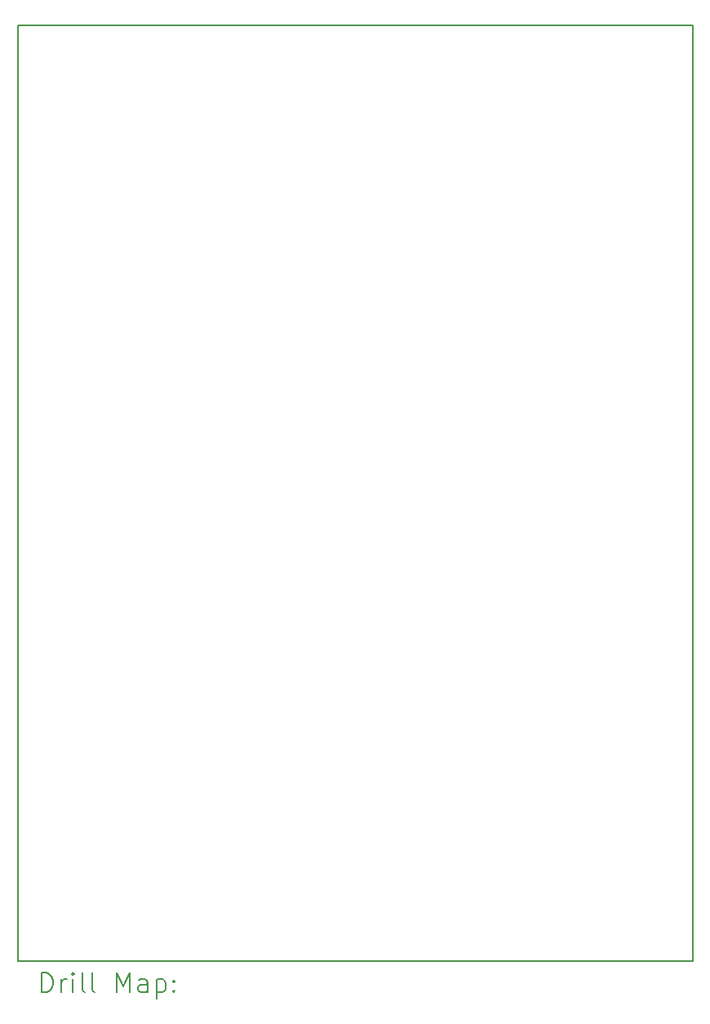
<source format=gbr>
%FSLAX45Y45*%
G04 Gerber Fmt 4.5, Leading zero omitted, Abs format (unit mm)*
G04 Created by KiCad (PCBNEW (6.0.2)) date 2022-03-31 22:04:26*
%MOMM*%
%LPD*%
G01*
G04 APERTURE LIST*
%TA.AperFunction,Profile*%
%ADD10C,0.200000*%
%TD*%
%ADD11C,0.200000*%
G04 APERTURE END LIST*
D10*
X16965818Y-5298035D02*
X16965818Y-14998294D01*
X9965578Y-14998294D02*
X9965578Y-5298035D01*
X16965818Y-14998294D02*
X9965578Y-14998294D01*
X9965578Y-5298035D02*
X16965818Y-5298035D01*
D11*
X10213197Y-15318771D02*
X10213197Y-15118771D01*
X10260816Y-15118771D01*
X10289388Y-15128294D01*
X10308435Y-15147342D01*
X10317959Y-15166390D01*
X10327483Y-15204485D01*
X10327483Y-15233056D01*
X10317959Y-15271152D01*
X10308435Y-15290199D01*
X10289388Y-15309247D01*
X10260816Y-15318771D01*
X10213197Y-15318771D01*
X10413197Y-15318771D02*
X10413197Y-15185437D01*
X10413197Y-15223532D02*
X10422721Y-15204485D01*
X10432245Y-15194961D01*
X10451292Y-15185437D01*
X10470340Y-15185437D01*
X10537007Y-15318771D02*
X10537007Y-15185437D01*
X10537007Y-15118771D02*
X10527483Y-15128294D01*
X10537007Y-15137818D01*
X10546530Y-15128294D01*
X10537007Y-15118771D01*
X10537007Y-15137818D01*
X10660816Y-15318771D02*
X10641769Y-15309247D01*
X10632245Y-15290199D01*
X10632245Y-15118771D01*
X10765578Y-15318771D02*
X10746530Y-15309247D01*
X10737007Y-15290199D01*
X10737007Y-15118771D01*
X10994150Y-15318771D02*
X10994150Y-15118771D01*
X11060816Y-15261628D01*
X11127483Y-15118771D01*
X11127483Y-15318771D01*
X11308435Y-15318771D02*
X11308435Y-15214009D01*
X11298911Y-15194961D01*
X11279864Y-15185437D01*
X11241768Y-15185437D01*
X11222721Y-15194961D01*
X11308435Y-15309247D02*
X11289388Y-15318771D01*
X11241768Y-15318771D01*
X11222721Y-15309247D01*
X11213197Y-15290199D01*
X11213197Y-15271152D01*
X11222721Y-15252104D01*
X11241768Y-15242580D01*
X11289388Y-15242580D01*
X11308435Y-15233056D01*
X11403673Y-15185437D02*
X11403673Y-15385437D01*
X11403673Y-15194961D02*
X11422721Y-15185437D01*
X11460816Y-15185437D01*
X11479864Y-15194961D01*
X11489388Y-15204485D01*
X11498911Y-15223532D01*
X11498911Y-15280675D01*
X11489388Y-15299723D01*
X11479864Y-15309247D01*
X11460816Y-15318771D01*
X11422721Y-15318771D01*
X11403673Y-15309247D01*
X11584626Y-15299723D02*
X11594149Y-15309247D01*
X11584626Y-15318771D01*
X11575102Y-15309247D01*
X11584626Y-15299723D01*
X11584626Y-15318771D01*
X11584626Y-15194961D02*
X11594149Y-15204485D01*
X11584626Y-15214009D01*
X11575102Y-15204485D01*
X11584626Y-15194961D01*
X11584626Y-15214009D01*
M02*

</source>
